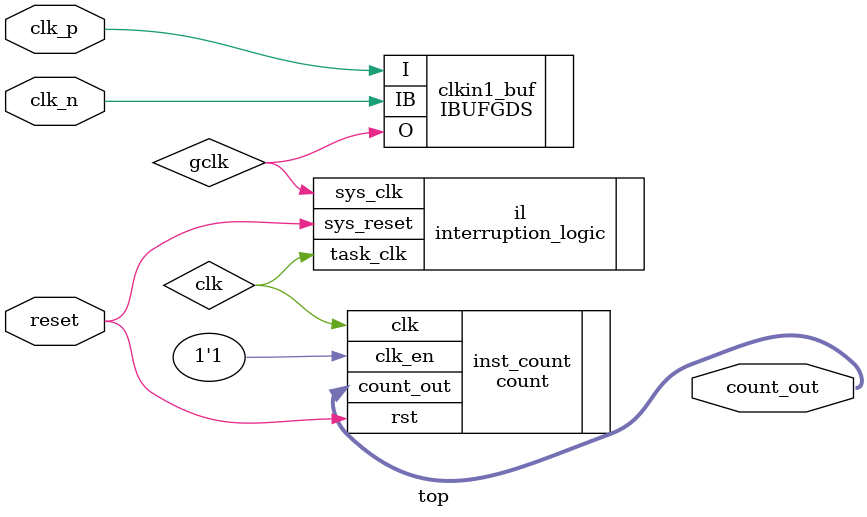
<source format=v>

module top(
  input clk_p,
  input clk_n,
  input reset,
   
`ifdef MODEL_TECH   
  input clk_en,
  input [31:0] breakpoint,
`endif

  output [7:0] count_out   // mapped to general purpose LEDs[4-7]
);

  wire gclk;
  IBUFGDS clkin1_buf (
    .O  (gclk), //clkin1
    .I  (clk_p),
    .IB (clk_n)
  );
  wire clk;

`ifndef MODEL_TECH
  wire clk_en;
  wire [31:0] breakpoint;
`endif

  // instantiate module count
  count inst_count (
    .rst       (reset),
    .clk       (clk),
    .clk_en    (1'b1),
    .count_out (count_out)
  );

  interruption_logic il (
`ifdef MODEL_TECH
    .clk_en(clk_en),
    .breakpoint(breakpoint),
`endif
    .sys_clk(gclk),
    .sys_reset(reset),
    .task_clk(clk)
  );

endmodule
</source>
